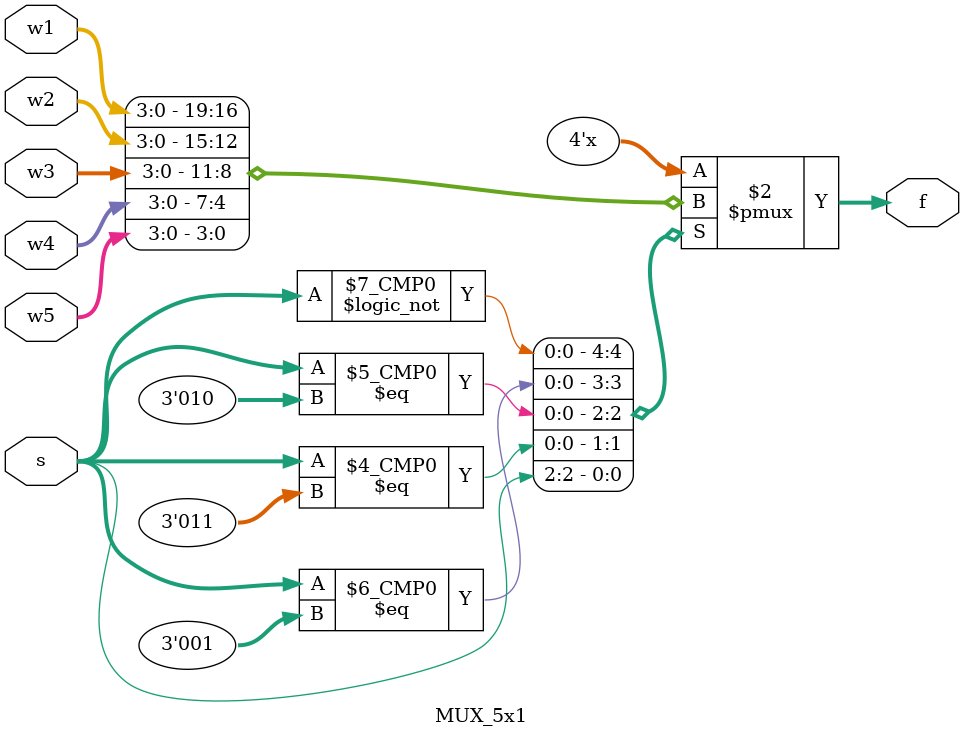
<source format=v>
module MUX_5x1
#(parameter n=4)(
    input [(n-1):0] w1,
    input [(n-1):0] w2,
    input [(n-1):0] w3,
    input [(n-1):0] w4,
    input [(n-1):0] w5,
    input [2 : 0]   s,
    output reg [(n-1):0] f
);

always @(*) begin
        casex (s)
            3'b000:
                f=w1; 

            3'b001: 
                f=w2;

            3'b010: 
                f=w3;

            3'b011: 
                f=w4;
                
            3'b1xx: 
                f=w5;
        endcase
end

endmodule
</source>
